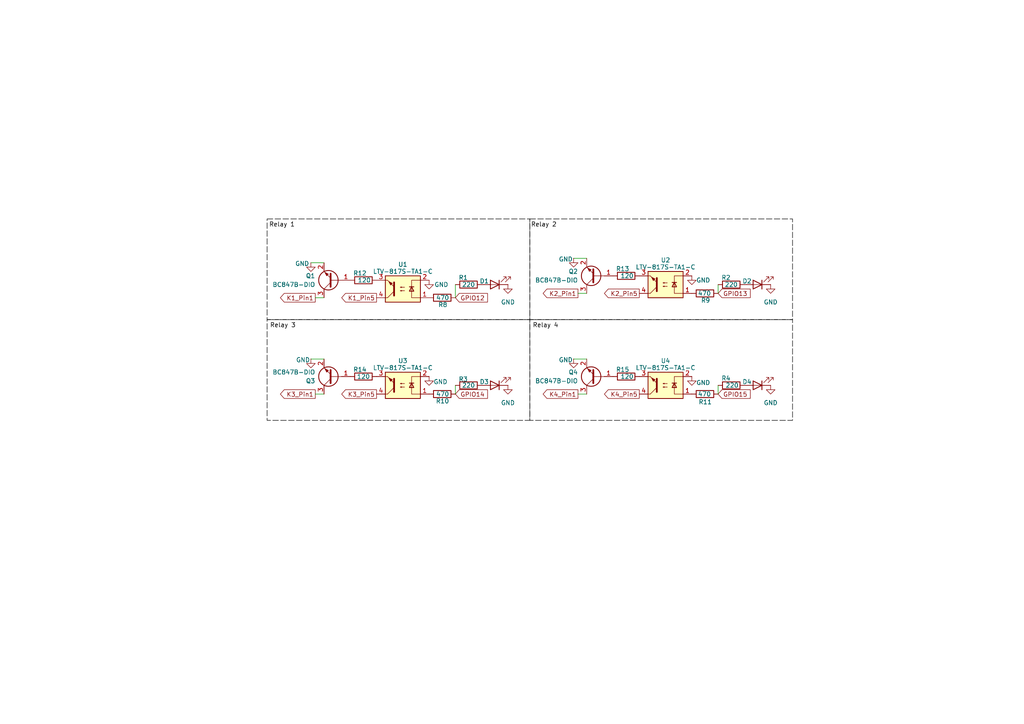
<source format=kicad_sch>
(kicad_sch (version 20250114) (generator "eeschema") (generator_version "9.0")
  (paper "A4")
  (title_block (title "Raspberry Pi Pico Logger - Isolation (relays)") (date "2025-06-21") (rev "2.0") (company "Creator: Piotr Kłyś"))
  (lib_symbols
    (symbol "Device:LED" (pin_numbers (hide yes)) (pin_names (offset 1.016) (hide yes))
      (property "Reference" "D" (at 0 2.54 0))
      (property "Value" "LED" (at 0 -2.54 0))
      (symbol "LED_0_1"
        (polyline (pts (xy -3.048 -0.762) (xy -4.572 -2.286) (xy -3.81 -2.286) (xy -4.572 -2.286) (xy -4.572 -1.524)))
        (polyline (pts (xy -1.778 -0.762) (xy -3.302 -2.286) (xy -2.54 -2.286) (xy -3.302 -2.286) (xy -3.302 -1.524)))
        (polyline (pts (xy -1.27 0) (xy 1.27 0)))
        (polyline (pts (xy -1.27 -1.27) (xy -1.27 1.27)) (stroke (width 0.254)))
        (polyline (pts (xy 1.27 -1.27) (xy 1.27 1.27) (xy -1.27 0) (xy 1.27 -1.27)) (stroke (width 0.254)))
      )
      (symbol "LED_1_1"
        (pin passive line (at -3.81 0 0) (length 2.54) (name "K") (number "1"))
        (pin passive line (at 3.81 0 180) (length 2.54) (name "A") (number "2"))
      )
    )
    (symbol "Device:R" (pin_numbers (hide yes)) (pin_names (offset 0))
      (property "Reference" "R" (at 2.032 0 90))
      (property "Value" "R" (at 0 0 90))
      (symbol "R_0_1"
        (rectangle (start -1.016 -2.54) (end 1.016 2.54) (stroke (width 0.254)))
      )
      (symbol "R_1_1"
        (pin passive line (at 0 3.81 270) (length 1.27) (name "~") (number "1"))
        (pin passive line (at 0 -3.81 90) (length 1.27) (name "~") (number "2"))
      )
    )
    (symbol "Isolator:LTV-817S" (pin_names (offset 1.016))
      (property "Reference" "U" (at -3.81 5.08 0))
      (property "Value" "LTV-817S" (at 0 -5.08 0))
      (symbol "LTV-817S_1_1"
        (rectangle (start -5.08 3.81) (end 5.08 -3.81) (stroke (width 0.254)) (fill (type background)))
        (polyline (pts (xy -5.08 2.54) (xy -2.54 2.54) (xy -2.54 -0.762)))
        (polyline (pts (xy -3.175 -0.635) (xy -1.905 -0.635)) (stroke (width 0.254)))
        (polyline (pts (xy -2.54 -0.635) (xy -2.54 -2.54) (xy -5.08 -2.54)))
        (polyline (pts (xy -2.54 -0.635) (xy -3.175 0.635) (xy -1.905 0.635) (xy -2.54 -0.635)) (stroke (width 0.254)))
        (polyline (pts (xy -0.508 0.508) (xy 0.762 0.508) (xy 0.381 0.381) (xy 0.381 0.635) (xy 0.762 0.508)))
        (polyline (pts (xy -0.508 -0.508) (xy 0.762 -0.508) (xy 0.381 -0.635) (xy 0.381 -0.381) (xy 0.762 -0.508)))
        (polyline (pts (xy 2.54 1.905) (xy 2.54 -1.905) (xy 2.54 -1.905)) (stroke (width 0.508)))
        (polyline (pts (xy 2.54 0.635) (xy 4.445 2.54)))
        (polyline (pts (xy 3.048 -1.651) (xy 3.556 -1.143) (xy 4.064 -2.159) (xy 3.048 -1.651) (xy 3.048 -1.651)) (fill (type outline)))
        (polyline (pts (xy 4.445 2.54) (xy 5.08 2.54)))
        (polyline (pts (xy 4.445 -2.54) (xy 2.54 -0.635)) (fill (type outline)))
        (polyline (pts (xy 4.445 -2.54) (xy 5.08 -2.54)))
        (pin passive line (at -7.62 2.54 0) (length 2.54) (name "~") (number "1"))
        (pin passive line (at -7.62 -2.54 0) (length 2.54) (name "~") (number "2"))
        (pin passive line (at 7.62 2.54 180) (length 2.54) (name "~") (number "4"))
        (pin passive line (at 7.62 -2.54 180) (length 2.54) (name "~") (number "3"))
      )
    )
    (symbol "Transistor_BJT:MMBT3904" (pin_names (offset 0) (hide yes))
      (property "Reference" "Q" (at 5.08 1.905 0))
      (property "Value" "MMBT3904" (at 5.08 0 0))
      (symbol "MMBT3904_0_1"
        (polyline (pts (xy -2.54 0) (xy 0.635 0)))
        (polyline (pts (xy 0.635 1.905) (xy 0.635 -1.905)) (stroke (width 0.508)))
        (circle (center 1.27 0) (radius 2.8194) (stroke (width 0.254)))
      )
      (symbol "MMBT3904_1_1"
        (polyline (pts (xy 0.635 0.635) (xy 2.54 2.54)))
        (polyline (pts (xy 0.635 -0.635) (xy 2.54 -2.54)))
        (polyline (pts (xy 1.27 -1.778) (xy 1.778 -1.27) (xy 2.286 -2.286) (xy 1.27 -1.778)) (fill (type outline)))
        (pin input line (at -5.08 0 0) (length 2.54) (name "B") (number "1"))
        (pin passive line (at 2.54 5.08 270) (length 2.54) (name "C") (number "3"))
        (pin passive line (at 2.54 -5.08 90) (length 2.54) (name "E") (number "2"))
      )
    )
    (symbol "power:GND" (power) (pin_numbers (hide yes)) (pin_names (offset 0) (hide yes))
      (property "Value" "GND" (at 0 -3.81 0))
      (symbol "GND_0_1"
        (polyline (pts (xy 0 0) (xy 0 -1.27) (xy 1.27 -1.27) (xy 0 -2.54) (xy -1.27 -1.27) (xy 0 -1.27)))
      )
      (symbol "GND_1_1"
        (pin power_in line (at 0 0 270) (length 0) (name "~") (number "1"))
      )
    )
  )
  (rectangle (start 153.67 92.71) (end 229.87 121.92) (stroke (width 0) (type dash) (color 0 0 0 1)))
  (rectangle (start 77.47 63.5) (end 153.67 92.71) (stroke (width 0) (type dash) (color 0 0 0 1)))
  (rectangle (start 153.67 63.5) (end 229.87 92.71) (stroke (width 0) (type dash) (color 0 0 0 1)))
  (rectangle (start 77.47 92.71) (end 153.67 121.92) (stroke (width 0) (type dash) (color 0 0 0 1)))
  (text "Relay 4" (at 158.242 94.488 0) (effects (font (size 1.27 1.27))))
  (text "Relay 2" (at 157.734 65.278 0) (effects (font (size 1.27 1.27))))
  (text "Relay 3" (at 82.042 94.488 0) (effects (font (size 1.27 1.27))))
  (text "Relay 1" (at 81.788 65.278 0) (effects (font (size 1.27 1.27))))
  (wire (pts (xy 166.37 104.14) (xy 170.18 104.14)))
  (wire (pts (xy 91.44 86.36) (xy 93.98 86.36)))
  (wire (pts (xy 167.64 85.09) (xy 170.18 85.09)))
  (wire (pts (xy 93.98 76.2) (xy 90.17 76.2)))
  (wire (pts (xy 166.37 74.93) (xy 170.18 74.93)))
  (wire (pts (xy 132.08 82.55) (xy 132.08 86.36)))
  (wire (pts (xy 90.17 104.14) (xy 93.98 104.14)))
  (wire (pts (xy 208.28 82.55) (xy 208.28 85.09)))
  (wire (pts (xy 208.28 111.76) (xy 208.28 114.3)))
  (wire (pts (xy 167.64 114.3) (xy 170.18 114.3)))
  (wire (pts (xy 132.08 111.76) (xy 132.08 114.3)))
  (wire (pts (xy 91.44 114.3) (xy 93.98 114.3)))
  (global_label "GPIO14" (shape input) (at 132.08 114.3 0) (property "Intersheetrefs" "${INTERSHEET_REFS}" (effects (hide yes))))
  (global_label "GPIO12" (shape input) (at 132.08 86.36 0) (property "Intersheetrefs" "${INTERSHEET_REFS}" (effects (hide yes))))
  (global_label "GPIO13" (shape input) (at 208.28 85.09 0) (property "Intersheetrefs" "${INTERSHEET_REFS}" (effects (hide yes))))
  (global_label "K3_Pin5" (shape output) (at 109.22 114.3 180) (property "Intersheetrefs" "${INTERSHEET_REFS}" (effects (hide yes))))
  (global_label "K2_Pin1" (shape output) (at 167.64 85.09 180) (property "Intersheetrefs" "${INTERSHEET_REFS}" (effects (hide yes))))
  (global_label "GPIO15" (shape input) (at 208.28 114.3 0) (property "Intersheetrefs" "${INTERSHEET_REFS}" (effects (hide yes))))
  (global_label "K3_Pin1" (shape output) (at 91.44 114.3 180) (property "Intersheetrefs" "${INTERSHEET_REFS}" (effects (hide yes))))
  (global_label "K2_Pin5" (shape output) (at 185.42 85.09 180) (property "Intersheetrefs" "${INTERSHEET_REFS}" (effects (hide yes))))
  (global_label "K4_Pin1" (shape output) (at 167.64 114.3 180) (property "Intersheetrefs" "${INTERSHEET_REFS}" (effects (hide yes))))
  (global_label "K1_Pin1" (shape output) (at 91.44 86.36 180) (property "Intersheetrefs" "${INTERSHEET_REFS}" (effects (hide yes))))
  (global_label "K4_Pin5" (shape output) (at 185.42 114.3 180) (property "Intersheetrefs" "${INTERSHEET_REFS}" (effects (hide yes))))
  (global_label "K1_Pin5" (shape output) (at 109.22 86.36 180) (property "Intersheetrefs" "${INTERSHEET_REFS}" (effects (hide yes))))
  (symbol (lib_id "power:GND") (at 223.52 111.76 0) (unit 1)
    (property "Reference" "#PWR043" (effects (hide yes)))
    (property "Value" "GND" (at 223.52 116.84 0))
    (property "Description" "Power symbol creates a global label with name \"GND\" , ground" (effects (hide yes)))
  )
  (symbol (lib_id "Transistor_BJT:MMBT3904") (at 172.72 80.01 180) (unit 1)
    (property "Reference" "Q2" (at 167.64 78.7399 0) (effects (justify left)))
    (property "Value" "BC847B-DIO" (at 167.64 81.2799 0) (effects (justify left)))
    (property "Footprint" "Package_TO_SOT_SMD:SOT-23" (effects (hide yes)))
    (property "Datasheet" "https://www.onsemi.com/pdf/datasheet/pzt3904-d.pdf" (effects (hide yes)))
    (property "Description" "0.2A Ic, 40V Vce, Small Signal NPN Transistor, SOT-23" (effects (hide yes)))
  )
  (symbol (lib_id "Device:R") (at 105.41 81.28 90) (unit 1)
    (property "Reference" "R12" (at 104.394 79.248 90))
    (property "Value" "120" (at 105.664 81.28 90))
    (property "Footprint" "Resistor_SMD:R_0805_2012Metric" (effects (hide yes)))
    (property "Description" "Resistor" (effects (hide yes)))
  )
  (symbol (lib_id "Device:LED") (at 143.51 111.76 180) (unit 1)
    (property "Reference" "D3" (at 140.462 110.744 0))
    (property "Value" "LED" (effects (hide yes)))
    (property "Footprint" "LED_SMD:LED_0805_2012Metric" (effects (hide yes)))
    (property "Description" "Light emitting diode" (effects (hide yes)))
    (property "Sim.Pins" "1=K 2=A" (effects (hide yes)))
  )
  (symbol (lib_id "Isolator:LTV-817S") (at 116.84 83.82 180) (unit 1)
    (property "Reference" "U1" (at 116.84 76.708 0))
    (property "Value" "LTV-817S-TA1-C" (at 116.84 78.74 0))
    (property "Footprint" "Package_DIP:SMDIP-4_W9.53mm" (effects (hide yes)))
    (property "Datasheet" "http://www.us.liteon.com/downloads/LTV-817-827-847.PDF" (effects (hide yes)))
    (property "Description" "DC Optocoupler, Vce 35V, CTR 50%, SMDIP-4" (effects (hide yes)))
  )
  (symbol (lib_id "power:GND") (at 166.37 74.93 0) (unit 1)
    (property "Reference" "#PWR027" (effects (hide yes)))
    (property "Value" "GND" (at 164.084 75.184 0))
    (property "Description" "Power symbol creates a global label with name \"GND\" , ground" (effects (hide yes)))
  )
  (symbol (lib_id "Device:R") (at 204.47 85.09 90) (unit 1)
    (property "Reference" "R9" (at 205.994 87.122 90) (effects (justify left)))
    (property "Value" "470" (at 206.248 85.09 90) (effects (justify left)))
    (property "Footprint" "Resistor_SMD:R_0805_2012Metric" (effects (hide yes)))
    (property "Description" "Resistor" (effects (hide yes)))
  )
  (symbol (lib_id "power:GND") (at 200.66 80.01 0) (unit 1)
    (property "Reference" "#PWR022" (effects (hide yes)))
    (property "Value" "GND" (at 203.962 81.28 0))
    (property "Description" "Power symbol creates a global label with name \"GND\" , ground" (effects (hide yes)))
  )
  (symbol (lib_id "power:GND") (at 90.17 76.2 0) (unit 1)
    (property "Reference" "#PWR026" (effects (hide yes)))
    (property "Value" "GND" (at 87.63 76.454 0))
    (property "Description" "Power symbol creates a global label with name \"GND\" , ground" (effects (hide yes)))
  )
  (symbol (lib_id "Device:LED") (at 143.51 82.55 180) (unit 1)
    (property "Reference" "D1" (at 140.462 81.534 0))
    (property "Value" "LED" (effects (hide yes)))
    (property "Footprint" "LED_SMD:LED_0805_2012Metric" (effects (hide yes)))
    (property "Description" "Light emitting diode" (effects (hide yes)))
    (property "Sim.Pins" "1=K 2=A" (effects (hide yes)))
  )
  (symbol (lib_id "power:GND") (at 223.52 82.55 0) (unit 1)
    (property "Reference" "#PWR041" (effects (hide yes)))
    (property "Value" "GND" (at 223.52 87.63 0))
    (property "Description" "Power symbol creates a global label with name \"GND\" , ground" (effects (hide yes)))
  )
  (symbol (lib_id "Device:R") (at 105.41 109.22 90) (unit 1)
    (property "Reference" "R14" (at 104.394 107.188 90))
    (property "Value" "120" (at 105.41 109.22 90))
    (property "Footprint" "Resistor_SMD:R_0805_2012Metric" (effects (hide yes)))
    (property "Description" "Resistor" (effects (hide yes)))
  )
  (symbol (lib_id "Device:R") (at 128.27 114.3 90) (unit 1)
    (property "Reference" "R10" (at 130.302 116.332 90) (effects (justify left)))
    (property "Value" "470" (at 130.302 114.3 90) (effects (justify left)))
    (property "Footprint" "Resistor_SMD:R_0805_2012Metric" (effects (hide yes)))
    (property "Description" "Resistor" (effects (hide yes)))
  )
  (symbol (lib_id "Device:R") (at 212.09 111.76 270) (unit 1)
    (property "Reference" "R4" (at 210.566 109.728 90))
    (property "Value" "220" (at 212.344 111.76 90))
    (property "Footprint" "Resistor_SMD:R_0805_2012Metric" (effects (hide yes)))
    (property "Description" "Resistor" (effects (hide yes)))
  )
  (symbol (lib_id "Device:R") (at 135.89 111.76 270) (unit 1)
    (property "Reference" "R3" (at 134.366 109.982 90))
    (property "Value" "220" (at 135.89 111.76 90))
    (property "Footprint" "Resistor_SMD:R_0805_2012Metric" (effects (hide yes)))
    (property "Description" "Resistor" (effects (hide yes)))
  )
  (symbol (lib_id "power:GND") (at 124.46 109.22 0) (unit 1)
    (property "Reference" "#PWR024" (effects (hide yes)))
    (property "Value" "GND" (at 127.762 110.744 0))
    (property "Description" "Power symbol creates a global label with name \"GND\" , ground" (effects (hide yes)))
  )
  (symbol (lib_id "power:GND") (at 124.46 81.28 0) (unit 1)
    (property "Reference" "#PWR023" (effects (hide yes)))
    (property "Value" "GND" (at 128.016 82.55 0))
    (property "Description" "Power symbol creates a global label with name \"GND\" , ground" (effects (hide yes)))
  )
  (symbol (lib_id "power:GND") (at 90.17 104.14 0) (unit 1)
    (property "Reference" "#PWR028" (effects (hide yes)))
    (property "Value" "GND" (at 87.884 104.394 0))
    (property "Description" "Power symbol creates a global label with name \"GND\" , ground" (effects (hide yes)))
  )
  (symbol (lib_id "power:GND") (at 147.32 111.76 0) (unit 1)
    (property "Reference" "#PWR042" (effects (hide yes)))
    (property "Value" "GND" (at 147.32 116.84 0))
    (property "Description" "Power symbol creates a global label with name \"GND\" , ground" (effects (hide yes)))
  )
  (symbol (lib_id "Device:R") (at 128.27 86.36 90) (unit 1)
    (property "Reference" "R8" (at 129.794 88.392 90) (effects (justify left)))
    (property "Value" "470" (at 130.302 86.36 90) (effects (justify left)))
    (property "Footprint" "Resistor_SMD:R_0805_2012Metric" (effects (hide yes)))
    (property "Description" "Resistor" (effects (hide yes)))
  )
  (symbol (lib_id "Device:LED") (at 219.71 82.55 180) (unit 1)
    (property "Reference" "D2" (at 216.662 81.534 0))
    (property "Value" "LED" (effects (hide yes)))
    (property "Footprint" "LED_SMD:LED_0805_2012Metric" (effects (hide yes)))
    (property "Description" "Light emitting diode" (effects (hide yes)))
    (property "Sim.Pins" "1=K 2=A" (effects (hide yes)))
  )
  (symbol (lib_id "Device:R") (at 181.61 80.01 90) (unit 1)
    (property "Reference" "R13" (at 180.594 77.978 90))
    (property "Value" "120" (at 181.864 80.01 90))
    (property "Footprint" "Resistor_SMD:R_0805_2012Metric" (effects (hide yes)))
    (property "Description" "Resistor" (effects (hide yes)))
  )
  (symbol (lib_id "Transistor_BJT:MMBT3904") (at 172.72 109.22 180) (unit 1)
    (property "Reference" "Q4" (at 167.64 107.9499 0) (effects (justify left)))
    (property "Value" "BC847B-DIO" (at 167.64 110.4899 0) (effects (justify left)))
    (property "Footprint" "Package_TO_SOT_SMD:SOT-23" (effects (hide yes)))
    (property "Datasheet" "https://www.onsemi.com/pdf/datasheet/pzt3904-d.pdf" (effects (hide yes)))
    (property "Description" "0.2A Ic, 40V Vce, Small Signal NPN Transistor, SOT-23" (effects (hide yes)))
  )
  (symbol (lib_id "power:GND") (at 200.66 109.22 0) (unit 1)
    (property "Reference" "#PWR05" (effects (hide yes)))
    (property "Value" "GND" (at 203.962 110.998 0))
    (property "Description" "Power symbol creates a global label with name \"GND\" , ground" (effects (hide yes)))
  )
  (symbol (lib_id "Device:R") (at 135.89 82.55 270) (unit 1)
    (property "Reference" "R1" (at 134.366 80.518 90))
    (property "Value" "220" (at 135.89 82.55 90))
    (property "Footprint" "Resistor_SMD:R_0805_2012Metric" (effects (hide yes)))
    (property "Description" "Resistor" (effects (hide yes)))
  )
  (symbol (lib_id "Device:LED") (at 219.71 111.76 180) (unit 1)
    (property "Reference" "D4" (at 216.662 110.744 0))
    (property "Value" "LED" (effects (hide yes)))
    (property "Footprint" "LED_SMD:LED_0805_2012Metric" (effects (hide yes)))
    (property "Description" "Light emitting diode" (effects (hide yes)))
    (property "Sim.Pins" "1=K 2=A" (effects (hide yes)))
  )
  (symbol (lib_id "Device:R") (at 212.09 82.55 270) (unit 1)
    (property "Reference" "R2" (at 210.566 80.518 90))
    (property "Value" "220" (at 212.09 82.55 90))
    (property "Footprint" "Resistor_SMD:R_0805_2012Metric" (effects (hide yes)))
    (property "Description" "Resistor" (effects (hide yes)))
  )
  (symbol (lib_id "Transistor_BJT:MMBT3904") (at 96.52 109.22 180) (unit 1)
    (property "Reference" "Q3" (at 91.44 110.4901 0) (effects (justify left)))
    (property "Value" "BC847B-DIO" (at 91.44 107.9501 0) (effects (justify left)))
    (property "Footprint" "Package_TO_SOT_SMD:SOT-23" (effects (hide yes)))
    (property "Datasheet" "https://www.onsemi.com/pdf/datasheet/pzt3904-d.pdf" (effects (hide yes)))
    (property "Description" "0.2A Ic, 40V Vce, Small Signal NPN Transistor, SOT-23" (effects (hide yes)))
  )
  (symbol (lib_id "Device:R") (at 204.47 114.3 90) (unit 1)
    (property "Reference" "R11" (at 206.502 116.586 90) (effects (justify left)))
    (property "Value" "470" (at 206.248 114.3 90) (effects (justify left)))
    (property "Footprint" "Resistor_SMD:R_0805_2012Metric" (effects (hide yes)))
    (property "Description" "Resistor" (effects (hide yes)))
  )
  (symbol (lib_id "power:GND") (at 147.32 82.55 0) (unit 1)
    (property "Reference" "#PWR025" (effects (hide yes)))
    (property "Value" "GND" (at 147.32 87.63 0))
    (property "Description" "Power symbol creates a global label with name \"GND\" , ground" (effects (hide yes)))
  )
  (symbol (lib_id "Transistor_BJT:MMBT3904") (at 96.52 81.28 180) (unit 1)
    (property "Reference" "Q1" (at 91.44 80.0099 0) (effects (justify left)))
    (property "Value" "BC847B-DIO" (at 91.44 82.5499 0) (effects (justify left)))
    (property "Footprint" "Package_TO_SOT_SMD:SOT-23" (effects (hide yes)))
    (property "Datasheet" "https://www.onsemi.com/pdf/datasheet/pzt3904-d.pdf" (effects (hide yes)))
    (property "Description" "0.2A Ic, 40V Vce, Small Signal NPN Transistor, SOT-23" (effects (hide yes)))
  )
  (symbol (lib_id "Isolator:LTV-817S") (at 193.04 111.76 180) (unit 1)
    (property "Reference" "U4" (at 193.04 104.648 0))
    (property "Value" "LTV-817S-TA1-C" (at 193.04 106.68 0))
    (property "Footprint" "Package_DIP:SMDIP-4_W9.53mm" (effects (hide yes)))
    (property "Datasheet" "http://www.us.liteon.com/downloads/LTV-817-827-847.PDF" (effects (hide yes)))
    (property "Description" "DC Optocoupler, Vce 35V, CTR 50%, SMDIP-4" (effects (hide yes)))
  )
  (symbol (lib_id "Isolator:LTV-817S") (at 193.04 82.55 180) (unit 1)
    (property "Reference" "U2" (at 193.04 75.438 0))
    (property "Value" "LTV-817S-TA1-C" (at 193.04 77.47 0))
    (property "Footprint" "Package_DIP:SMDIP-4_W9.53mm" (effects (hide yes)))
    (property "Datasheet" "http://www.us.liteon.com/downloads/LTV-817-827-847.PDF" (effects (hide yes)))
    (property "Description" "DC Optocoupler, Vce 35V, CTR 50%, SMDIP-4" (effects (hide yes)))
  )
  (symbol (lib_id "power:GND") (at 166.37 104.14 0) (unit 1)
    (property "Reference" "#PWR029" (effects (hide yes)))
    (property "Value" "GND" (at 164.084 104.394 0))
    (property "Description" "Power symbol creates a global label with name \"GND\" , ground" (effects (hide yes)))
  )
  (symbol (lib_id "Device:R") (at 181.61 109.22 90) (unit 1)
    (property "Reference" "R15" (at 180.594 107.188 90))
    (property "Value" "120" (at 181.864 109.22 90))
    (property "Footprint" "Resistor_SMD:R_0805_2012Metric" (effects (hide yes)))
    (property "Description" "Resistor" (effects (hide yes)))
  )
  (symbol (lib_id "Isolator:LTV-817S") (at 116.84 111.76 180) (unit 1)
    (property "Reference" "U3" (at 116.84 104.648 0))
    (property "Value" "LTV-817S-TA1-C" (at 116.84 106.68 0))
    (property "Footprint" "Package_DIP:SMDIP-4_W9.53mm" (effects (hide yes)))
    (property "Datasheet" "http://www.us.liteon.com/downloads/LTV-817-827-847.PDF" (effects (hide yes)))
    (property "Description" "DC Optocoupler, Vce 35V, CTR 50%, SMDIP-4" (effects (hide yes)))
  )
)
</source>
